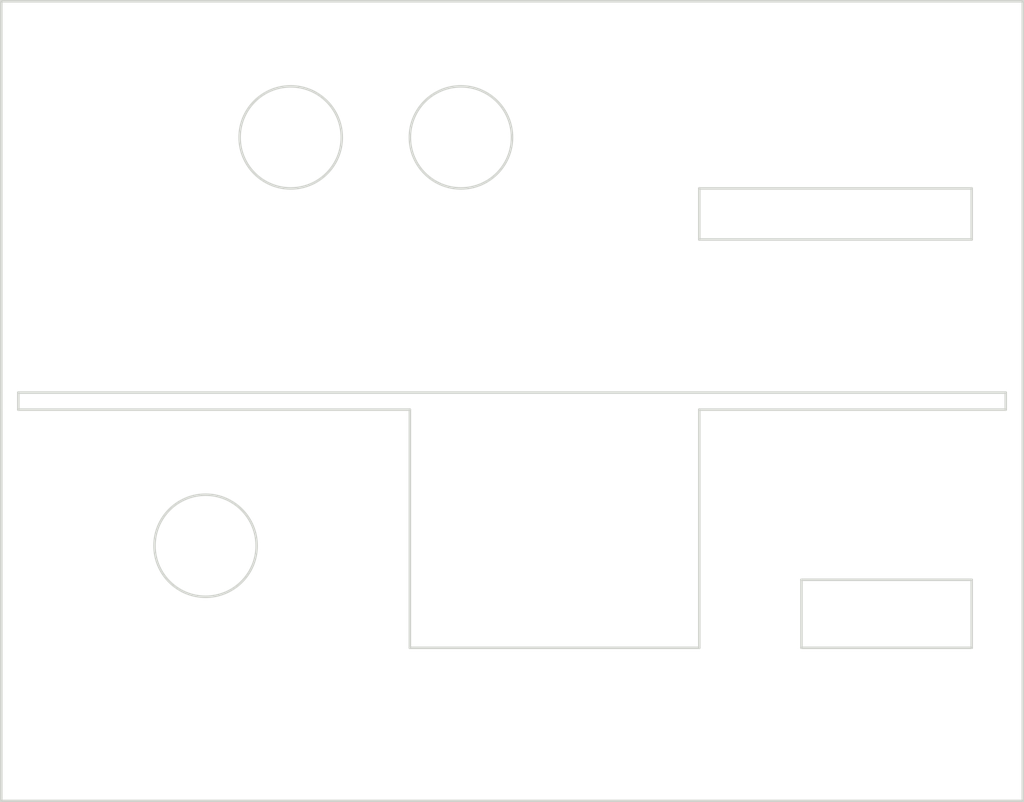
<source format=kicad_pcb>
(kicad_pcb (version 4) (host pcbnew 4.0.6+dfsg1-1)

  (general
    (links 0)
    (no_connects 0)
    (area 99.924999 52.924999 160.075001 100.075001)
    (thickness 1.6)
    (drawings 27)
    (tracks 0)
    (zones 0)
    (modules 0)
    (nets 1)
  )

  (page A4)
  (title_block
    (title "Ked Tracker")
    (date 2017-09-21)
    (rev 0.3)
    (comment 1 "Open Glider Network Tracker")
  )

  (layers
    (0 F.Cu signal)
    (31 B.Cu signal)
    (32 B.Adhes user)
    (33 F.Adhes user)
    (34 B.Paste user)
    (35 F.Paste user)
    (36 B.SilkS user)
    (37 F.SilkS user)
    (38 B.Mask user)
    (39 F.Mask user)
    (40 Dwgs.User user)
    (41 Cmts.User user)
    (42 Eco1.User user)
    (43 Eco2.User user)
    (44 Edge.Cuts user)
    (45 Margin user)
    (46 B.CrtYd user)
    (47 F.CrtYd user)
    (48 B.Fab user hide)
    (49 F.Fab user hide)
  )

  (setup
    (last_trace_width 0.24)
    (trace_clearance 0.24)
    (zone_clearance 0.5)
    (zone_45_only yes)
    (trace_min 0.2)
    (segment_width 0.2)
    (edge_width 0.15)
    (via_size 1.2)
    (via_drill 0.6)
    (via_min_size 0.4)
    (via_min_drill 0.3)
    (uvia_size 0.3)
    (uvia_drill 0.1)
    (uvias_allowed no)
    (uvia_min_size 0.3)
    (uvia_min_drill 0.1)
    (pcb_text_width 0.3)
    (pcb_text_size 1.5 1.5)
    (mod_edge_width 0.15)
    (mod_text_size 1 1)
    (mod_text_width 0.2)
    (pad_size 0.55 0.55)
    (pad_drill 0.55)
    (pad_to_mask_clearance 0.2)
    (aux_axis_origin 100 100)
    (grid_origin 100 100)
    (visible_elements FFFFFF7F)
    (pcbplotparams
      (layerselection 0x01000_00000000)
      (usegerberextensions false)
      (excludeedgelayer false)
      (linewidth 0.100000)
      (plotframeref false)
      (viasonmask false)
      (mode 1)
      (useauxorigin false)
      (hpglpennumber 1)
      (hpglpenspeed 20)
      (hpglpendiameter 15)
      (hpglpenoverlay 2)
      (psnegative false)
      (psa4output false)
      (plotreference true)
      (plotvalue true)
      (plotinvisibletext false)
      (padsonsilk false)
      (subtractmaskfromsilk false)
      (outputformat 5)
      (mirror false)
      (drillshape 1)
      (scaleselection 1)
      (outputdirectory out/))
  )

  (net 0 "")

  (net_class Default "This is the default net class."
    (clearance 0.24)
    (trace_width 0.24)
    (via_dia 1.2)
    (via_drill 0.6)
    (uvia_dia 0.3)
    (uvia_drill 0.1)
  )

  (net_class ANT ""
    (clearance 0.3)
    (trace_width 1)
    (via_dia 1.2)
    (via_drill 0.6)
    (uvia_dia 0.3)
    (uvia_drill 0.1)
  )

  (net_class HV ""
    (clearance 0.5)
    (trace_width 1)
    (via_dia 1.8)
    (via_drill 0.6)
    (uvia_dia 0.3)
    (uvia_drill 0.1)
  )

  (net_class PWR ""
    (clearance 0.24)
    (trace_width 0.5)
    (via_dia 1.6)
    (via_drill 0.6)
    (uvia_dia 0.3)
    (uvia_drill 0.1)
  )

  (gr_circle (center 127 61) (end 130 61) (layer Edge.Cuts) (width 0.15))
  (gr_circle (center 117 61) (end 120 61) (layer Edge.Cuts) (width 0.15))
  (gr_line (start 141 67) (end 157 67) (layer Edge.Cuts) (width 0.15))
  (gr_line (start 141 64) (end 141 67) (layer Edge.Cuts) (width 0.15))
  (gr_line (start 157 64) (end 141 64) (layer Edge.Cuts) (width 0.15))
  (gr_line (start 157 67) (end 157 64) (layer Edge.Cuts) (width 0.15))
  (gr_line (start 101 77) (end 124 77) (layer Edge.Cuts) (width 0.15) (tstamp 5A2C4226))
  (gr_line (start 101 76) (end 159 76) (layer Edge.Cuts) (width 0.15) (tstamp 5A2C421F))
  (gr_line (start 159 77) (end 159 76) (layer Edge.Cuts) (width 0.15) (tstamp 5A2C4202))
  (gr_line (start 160 77) (end 160 76) (layer Edge.Cuts) (width 0.15) (tstamp 5A2C41F8))
  (gr_line (start 100 53) (end 100 76) (layer Edge.Cuts) (width 0.15))
  (gr_line (start 160 53) (end 100 53) (layer Edge.Cuts) (width 0.15))
  (gr_line (start 160 76) (end 160 53) (layer Edge.Cuts) (width 0.15))
  (gr_line (start 100 76) (end 100 77) (layer Edge.Cuts) (width 0.15))
  (gr_circle (center 112 85) (end 115 85) (layer Edge.Cuts) (width 0.15))
  (gr_line (start 157 87) (end 157 91) (layer Edge.Cuts) (width 0.15))
  (gr_line (start 147 87) (end 157 87) (layer Edge.Cuts) (width 0.15))
  (gr_line (start 147 91) (end 147 87) (layer Edge.Cuts) (width 0.15))
  (gr_line (start 157 91) (end 147 91) (layer Edge.Cuts) (width 0.15))
  (gr_line (start 141 77) (end 159 77) (layer Edge.Cuts) (width 0.15))
  (gr_line (start 141 91) (end 141 77) (layer Edge.Cuts) (width 0.15))
  (gr_line (start 124 91) (end 141 91) (layer Edge.Cuts) (width 0.15))
  (gr_line (start 124 77) (end 124 91) (layer Edge.Cuts) (width 0.15))
  (gr_line (start 101 76) (end 101 77) (layer Edge.Cuts) (width 0.15))
  (gr_line (start 100 100) (end 100 77) (layer Edge.Cuts) (width 0.15))
  (gr_line (start 160 100) (end 160 77) (layer Edge.Cuts) (width 0.15))
  (gr_line (start 100 100) (end 160 100) (layer Edge.Cuts) (width 0.15))

)

</source>
